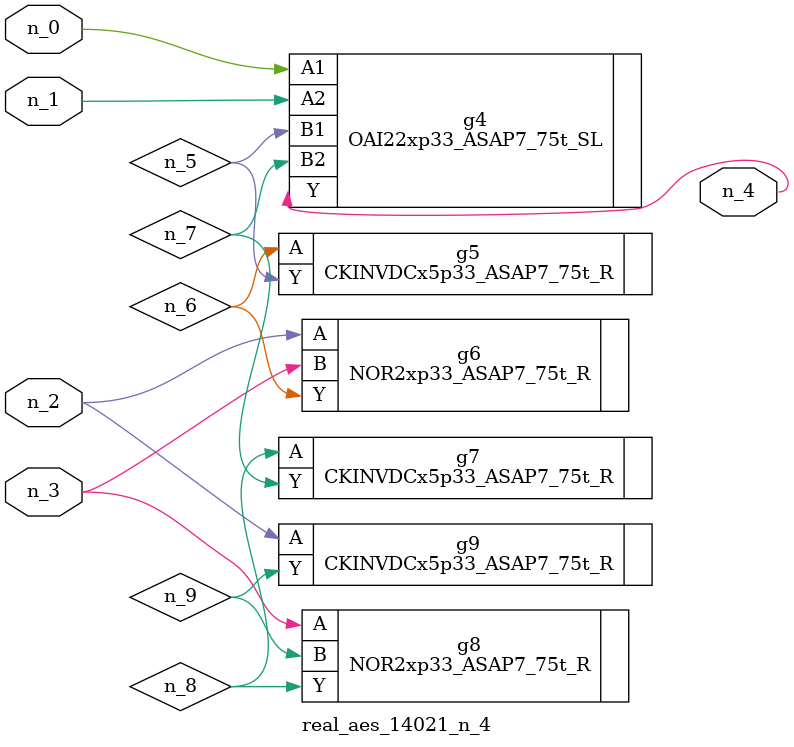
<source format=v>
module real_aes_14021_n_4 (n_0, n_3, n_2, n_1, n_4);
input n_0;
input n_3;
input n_2;
input n_1;
output n_4;
wire n_5;
wire n_7;
wire n_9;
wire n_6;
wire n_8;
OAI22xp33_ASAP7_75t_SL g4 ( .A1(n_0), .A2(n_1), .B1(n_5), .B2(n_7), .Y(n_4) );
NOR2xp33_ASAP7_75t_R g6 ( .A(n_2), .B(n_3), .Y(n_6) );
CKINVDCx5p33_ASAP7_75t_R g9 ( .A(n_2), .Y(n_9) );
NOR2xp33_ASAP7_75t_R g8 ( .A(n_3), .B(n_9), .Y(n_8) );
CKINVDCx5p33_ASAP7_75t_R g5 ( .A(n_6), .Y(n_5) );
CKINVDCx5p33_ASAP7_75t_R g7 ( .A(n_8), .Y(n_7) );
endmodule
</source>
